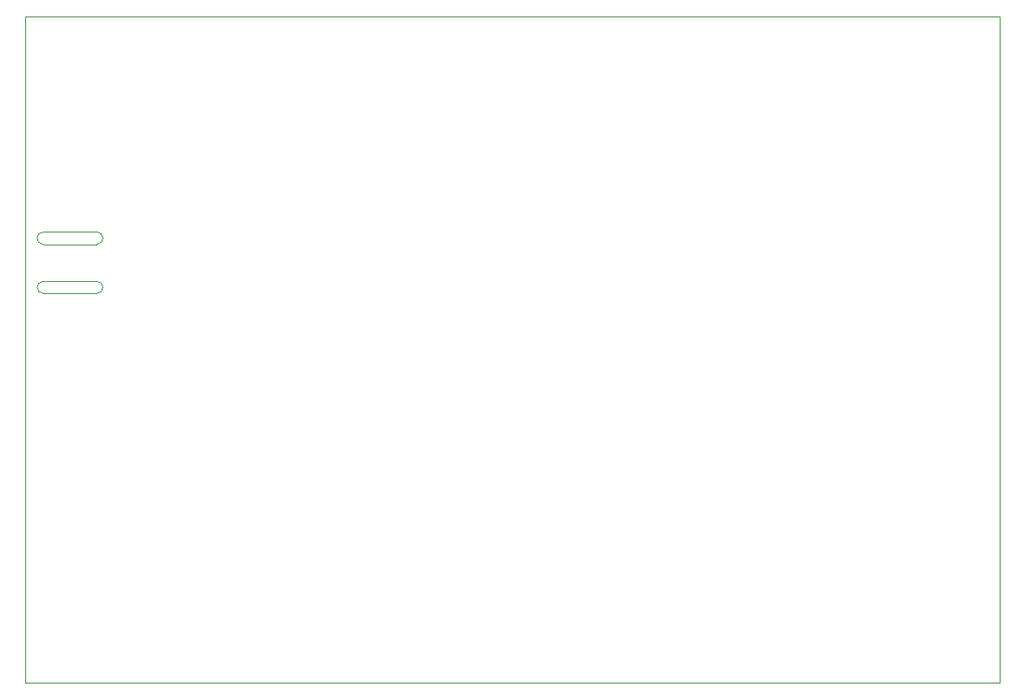
<source format=gbr>
%TF.GenerationSoftware,KiCad,Pcbnew,6.0.8-f2edbf62ab~116~ubuntu20.04.1*%
%TF.CreationDate,2022-10-04T16:34:12-04:00*%
%TF.ProjectId,CAN-Acquisition-Module,43414e2d-4163-4717-9569-736974696f6e,A3*%
%TF.SameCoordinates,Original*%
%TF.FileFunction,Paste,Bot*%
%TF.FilePolarity,Positive*%
%FSLAX46Y46*%
G04 Gerber Fmt 4.6, Leading zero omitted, Abs format (unit mm)*
G04 Created by KiCad (PCBNEW 6.0.8-f2edbf62ab~116~ubuntu20.04.1) date 2022-10-04 16:34:12*
%MOMM*%
%LPD*%
G01*
G04 APERTURE LIST*
%TA.AperFunction,Profile*%
%ADD10C,0.100000*%
%TD*%
G04 APERTURE END LIST*
D10*
X27000000Y-52000000D02*
X21800000Y-52000000D01*
X21800000Y-50800000D02*
G75*
G03*
X21800000Y-52000000I0J-600000D01*
G01*
X20000000Y-90000000D02*
X115000000Y-90000000D01*
X115000000Y-90000000D02*
X115000000Y-25000000D01*
X115000000Y-25000000D02*
X20000000Y-25000000D01*
X20000000Y-25000000D02*
X20000000Y-90000000D01*
X21800000Y-46000000D02*
G75*
G03*
X21800000Y-47200000I0J-600000D01*
G01*
X21800000Y-46000000D02*
X27000000Y-46000000D01*
X27000000Y-47200000D02*
X21800000Y-47200000D01*
X27000000Y-52000000D02*
G75*
G03*
X27000000Y-50800000I0J600000D01*
G01*
X21800000Y-50800000D02*
X27000000Y-50800000D01*
X27000000Y-47200000D02*
G75*
G03*
X27000000Y-46000000I0J600000D01*
G01*
M02*

</source>
